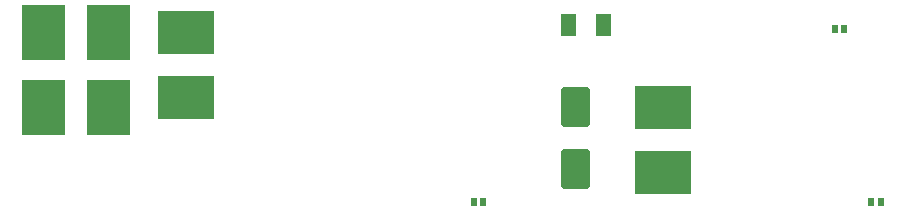
<source format=gtp>
G04 start of page 10 for group -4015 idx -4015 *
G04 Title: (unknown), toppaste *
G04 Creator: pcb 1.99z *
G04 CreationDate: Thu Dec 10 02:54:04 2015 UTC *
G04 For: commonadmin *
G04 Format: Gerber/RS-274X *
G04 PCB-Dimensions (mil): 3220.00 2260.00 *
G04 PCB-Coordinate-Origin: lower left *
%MOIN*%
%FSLAX25Y25*%
%LNTOPPASTE*%
%ADD116R,0.0512X0.0512*%
%ADD115C,0.0197*%
%ADD114R,0.0768X0.0768*%
%ADD113R,0.1450X0.1450*%
%ADD112R,0.0197X0.0197*%
G54D112*X289000Y88393D02*Y87607D01*
X292148Y88393D02*Y87607D01*
G54D113*X34800Y121500D02*Y117500D01*
X13000Y121500D02*Y117500D01*
X58500Y144500D02*X62500D01*
X58500Y122700D02*X62500D01*
X34800Y146500D02*Y142500D01*
X13000Y146500D02*Y142500D01*
G54D114*X190500Y121272D02*Y117728D01*
G54D115*X186661Y125110D02*X194339D01*
X186661Y113890D02*X194339D01*
Y125110D02*Y113890D01*
X186661Y125110D02*Y113890D01*
G54D114*X190500Y100799D02*Y97256D01*
G54D115*X186661Y104638D02*X194339D01*
X186661Y93417D02*X194339D01*
Y104638D02*Y93417D01*
X186661Y104638D02*Y93417D01*
G54D116*X188000Y148181D02*Y145819D01*
X199810Y148181D02*Y145819D01*
G54D113*X217500Y119500D02*X221500D01*
X217500Y97700D02*X221500D01*
G54D112*X276852Y145893D02*Y145107D01*
X280000Y145893D02*Y145107D01*
X156500Y88393D02*Y87607D01*
X159648Y88393D02*Y87607D01*
M02*

</source>
